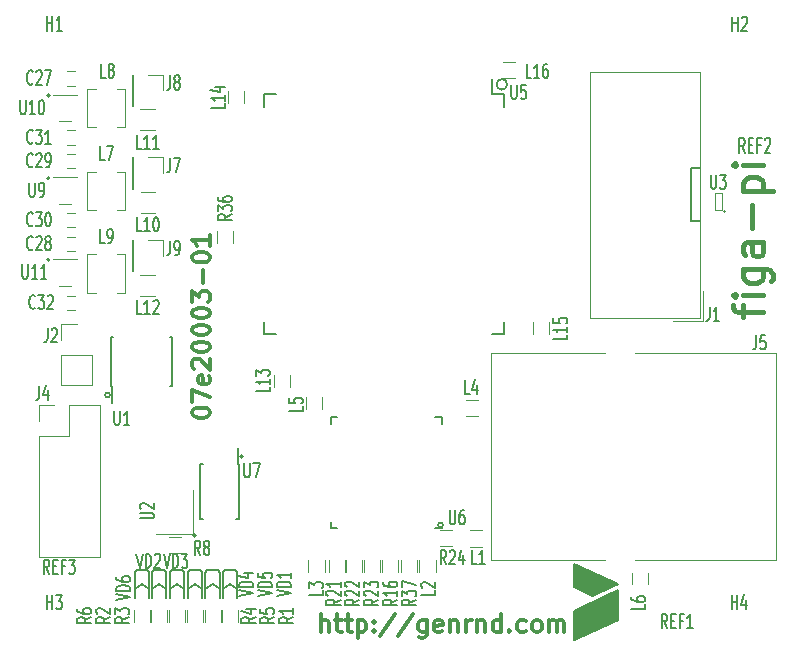
<source format=gbr>
G04 #@! TF.FileFunction,Legend,Top*
%FSLAX45Y45*%
G04 Gerber Fmt 4.5, Leading zero omitted, Abs format (unit mm)*
G04 Created by KiCad (PCBNEW 4.0.7) date 06/20/18 15:24:46*
%MOMM*%
%LPD*%
G01*
G04 APERTURE LIST*
%ADD10C,0.100000*%
%ADD11C,0.300000*%
%ADD12C,0.400000*%
%ADD13C,0.150000*%
%ADD14C,0.120000*%
%ADD15C,0.010000*%
%ADD16C,0.200000*%
G04 APERTURE END LIST*
D10*
D11*
X10471429Y-11587857D02*
X10471429Y-11437857D01*
X10535714Y-11587857D02*
X10535714Y-11509286D01*
X10528571Y-11495000D01*
X10514286Y-11487857D01*
X10492857Y-11487857D01*
X10478571Y-11495000D01*
X10471429Y-11502143D01*
X10585714Y-11487857D02*
X10642857Y-11487857D01*
X10607143Y-11437857D02*
X10607143Y-11566429D01*
X10614286Y-11580714D01*
X10628571Y-11587857D01*
X10642857Y-11587857D01*
X10671429Y-11487857D02*
X10728571Y-11487857D01*
X10692857Y-11437857D02*
X10692857Y-11566429D01*
X10700000Y-11580714D01*
X10714286Y-11587857D01*
X10728571Y-11587857D01*
X10778571Y-11487857D02*
X10778571Y-11637857D01*
X10778571Y-11495000D02*
X10792857Y-11487857D01*
X10821429Y-11487857D01*
X10835714Y-11495000D01*
X10842857Y-11502143D01*
X10850000Y-11516429D01*
X10850000Y-11559286D01*
X10842857Y-11573571D01*
X10835714Y-11580714D01*
X10821429Y-11587857D01*
X10792857Y-11587857D01*
X10778571Y-11580714D01*
X10914286Y-11573571D02*
X10921429Y-11580714D01*
X10914286Y-11587857D01*
X10907143Y-11580714D01*
X10914286Y-11573571D01*
X10914286Y-11587857D01*
X10914286Y-11495000D02*
X10921429Y-11502143D01*
X10914286Y-11509286D01*
X10907143Y-11502143D01*
X10914286Y-11495000D01*
X10914286Y-11509286D01*
X11092857Y-11430714D02*
X10964286Y-11623571D01*
X11250000Y-11430714D02*
X11121429Y-11623571D01*
X11364286Y-11487857D02*
X11364286Y-11609286D01*
X11357143Y-11623571D01*
X11350000Y-11630714D01*
X11335714Y-11637857D01*
X11314286Y-11637857D01*
X11300000Y-11630714D01*
X11364286Y-11580714D02*
X11350000Y-11587857D01*
X11321429Y-11587857D01*
X11307143Y-11580714D01*
X11300000Y-11573571D01*
X11292857Y-11559286D01*
X11292857Y-11516429D01*
X11300000Y-11502143D01*
X11307143Y-11495000D01*
X11321429Y-11487857D01*
X11350000Y-11487857D01*
X11364286Y-11495000D01*
X11492857Y-11580714D02*
X11478571Y-11587857D01*
X11450000Y-11587857D01*
X11435714Y-11580714D01*
X11428571Y-11566429D01*
X11428571Y-11509286D01*
X11435714Y-11495000D01*
X11450000Y-11487857D01*
X11478571Y-11487857D01*
X11492857Y-11495000D01*
X11500000Y-11509286D01*
X11500000Y-11523571D01*
X11428571Y-11537857D01*
X11564286Y-11487857D02*
X11564286Y-11587857D01*
X11564286Y-11502143D02*
X11571429Y-11495000D01*
X11585714Y-11487857D01*
X11607143Y-11487857D01*
X11621429Y-11495000D01*
X11628571Y-11509286D01*
X11628571Y-11587857D01*
X11700000Y-11587857D02*
X11700000Y-11487857D01*
X11700000Y-11516429D02*
X11707143Y-11502143D01*
X11714286Y-11495000D01*
X11728571Y-11487857D01*
X11742857Y-11487857D01*
X11792857Y-11487857D02*
X11792857Y-11587857D01*
X11792857Y-11502143D02*
X11800000Y-11495000D01*
X11814286Y-11487857D01*
X11835714Y-11487857D01*
X11850000Y-11495000D01*
X11857143Y-11509286D01*
X11857143Y-11587857D01*
X11992857Y-11587857D02*
X11992857Y-11437857D01*
X11992857Y-11580714D02*
X11978571Y-11587857D01*
X11950000Y-11587857D01*
X11935714Y-11580714D01*
X11928571Y-11573571D01*
X11921429Y-11559286D01*
X11921429Y-11516429D01*
X11928571Y-11502143D01*
X11935714Y-11495000D01*
X11950000Y-11487857D01*
X11978571Y-11487857D01*
X11992857Y-11495000D01*
X12064286Y-11573571D02*
X12071429Y-11580714D01*
X12064286Y-11587857D01*
X12057143Y-11580714D01*
X12064286Y-11573571D01*
X12064286Y-11587857D01*
X12200000Y-11580714D02*
X12185714Y-11587857D01*
X12157143Y-11587857D01*
X12142857Y-11580714D01*
X12135714Y-11573571D01*
X12128571Y-11559286D01*
X12128571Y-11516429D01*
X12135714Y-11502143D01*
X12142857Y-11495000D01*
X12157143Y-11487857D01*
X12185714Y-11487857D01*
X12200000Y-11495000D01*
X12285714Y-11587857D02*
X12271429Y-11580714D01*
X12264286Y-11573571D01*
X12257143Y-11559286D01*
X12257143Y-11516429D01*
X12264286Y-11502143D01*
X12271429Y-11495000D01*
X12285714Y-11487857D01*
X12307143Y-11487857D01*
X12321429Y-11495000D01*
X12328571Y-11502143D01*
X12335714Y-11516429D01*
X12335714Y-11559286D01*
X12328571Y-11573571D01*
X12321429Y-11580714D01*
X12307143Y-11587857D01*
X12285714Y-11587857D01*
X12400000Y-11587857D02*
X12400000Y-11487857D01*
X12400000Y-11502143D02*
X12407143Y-11495000D01*
X12421429Y-11487857D01*
X12442857Y-11487857D01*
X12457143Y-11495000D01*
X12464286Y-11509286D01*
X12464286Y-11587857D01*
X12464286Y-11509286D02*
X12471429Y-11495000D01*
X12485714Y-11487857D01*
X12507143Y-11487857D01*
X12521429Y-11495000D01*
X12528571Y-11509286D01*
X12528571Y-11587857D01*
D12*
X14043429Y-8915714D02*
X14043429Y-8820476D01*
X14210095Y-8880000D02*
X13995809Y-8880000D01*
X13972000Y-8868095D01*
X13960095Y-8844286D01*
X13960095Y-8820476D01*
X14210095Y-8737143D02*
X14043429Y-8737143D01*
X13960095Y-8737143D02*
X13972000Y-8749048D01*
X13983905Y-8737143D01*
X13972000Y-8725238D01*
X13960095Y-8737143D01*
X13983905Y-8737143D01*
X14043429Y-8510952D02*
X14245809Y-8510952D01*
X14269619Y-8522857D01*
X14281524Y-8534762D01*
X14293429Y-8558572D01*
X14293429Y-8594286D01*
X14281524Y-8618095D01*
X14198190Y-8510952D02*
X14210095Y-8534762D01*
X14210095Y-8582381D01*
X14198190Y-8606191D01*
X14186286Y-8618095D01*
X14162476Y-8630000D01*
X14091048Y-8630000D01*
X14067238Y-8618095D01*
X14055333Y-8606191D01*
X14043429Y-8582381D01*
X14043429Y-8534762D01*
X14055333Y-8510952D01*
X14210095Y-8284762D02*
X14079143Y-8284762D01*
X14055333Y-8296667D01*
X14043429Y-8320476D01*
X14043429Y-8368095D01*
X14055333Y-8391905D01*
X14198190Y-8284762D02*
X14210095Y-8308571D01*
X14210095Y-8368095D01*
X14198190Y-8391905D01*
X14174381Y-8403810D01*
X14150571Y-8403810D01*
X14126762Y-8391905D01*
X14114857Y-8368095D01*
X14114857Y-8308571D01*
X14102952Y-8284762D01*
X14114857Y-8165714D02*
X14114857Y-7975238D01*
X14043429Y-7856190D02*
X14293429Y-7856190D01*
X14055333Y-7856190D02*
X14043429Y-7832381D01*
X14043429Y-7784762D01*
X14055333Y-7760952D01*
X14067238Y-7749048D01*
X14091048Y-7737143D01*
X14162476Y-7737143D01*
X14186286Y-7749048D01*
X14198190Y-7760952D01*
X14210095Y-7784762D01*
X14210095Y-7832381D01*
X14198190Y-7856190D01*
X14210095Y-7630000D02*
X14043429Y-7630000D01*
X13960095Y-7630000D02*
X13972000Y-7641905D01*
X13983905Y-7630000D01*
X13972000Y-7618095D01*
X13960095Y-7630000D01*
X13983905Y-7630000D01*
D11*
X9377857Y-9735714D02*
X9377857Y-9721429D01*
X9385000Y-9707143D01*
X9392143Y-9700000D01*
X9406429Y-9692857D01*
X9435000Y-9685714D01*
X9470714Y-9685714D01*
X9499286Y-9692857D01*
X9513571Y-9700000D01*
X9520714Y-9707143D01*
X9527857Y-9721429D01*
X9527857Y-9735714D01*
X9520714Y-9750000D01*
X9513571Y-9757143D01*
X9499286Y-9764286D01*
X9470714Y-9771429D01*
X9435000Y-9771429D01*
X9406429Y-9764286D01*
X9392143Y-9757143D01*
X9385000Y-9750000D01*
X9377857Y-9735714D01*
X9377857Y-9635714D02*
X9377857Y-9535714D01*
X9527857Y-9600000D01*
X9520714Y-9421429D02*
X9527857Y-9435714D01*
X9527857Y-9464286D01*
X9520714Y-9478572D01*
X9506429Y-9485714D01*
X9449286Y-9485714D01*
X9435000Y-9478572D01*
X9427857Y-9464286D01*
X9427857Y-9435714D01*
X9435000Y-9421429D01*
X9449286Y-9414286D01*
X9463571Y-9414286D01*
X9477857Y-9485714D01*
X9392143Y-9357143D02*
X9385000Y-9350000D01*
X9377857Y-9335714D01*
X9377857Y-9300000D01*
X9385000Y-9285714D01*
X9392143Y-9278572D01*
X9406429Y-9271429D01*
X9420714Y-9271429D01*
X9442143Y-9278572D01*
X9527857Y-9364286D01*
X9527857Y-9271429D01*
X9377857Y-9178572D02*
X9377857Y-9164286D01*
X9385000Y-9150000D01*
X9392143Y-9142857D01*
X9406429Y-9135714D01*
X9435000Y-9128572D01*
X9470714Y-9128572D01*
X9499286Y-9135714D01*
X9513571Y-9142857D01*
X9520714Y-9150000D01*
X9527857Y-9164286D01*
X9527857Y-9178572D01*
X9520714Y-9192857D01*
X9513571Y-9200000D01*
X9499286Y-9207143D01*
X9470714Y-9214286D01*
X9435000Y-9214286D01*
X9406429Y-9207143D01*
X9392143Y-9200000D01*
X9385000Y-9192857D01*
X9377857Y-9178572D01*
X9377857Y-9035715D02*
X9377857Y-9021429D01*
X9385000Y-9007143D01*
X9392143Y-9000000D01*
X9406429Y-8992857D01*
X9435000Y-8985715D01*
X9470714Y-8985715D01*
X9499286Y-8992857D01*
X9513571Y-9000000D01*
X9520714Y-9007143D01*
X9527857Y-9021429D01*
X9527857Y-9035715D01*
X9520714Y-9050000D01*
X9513571Y-9057143D01*
X9499286Y-9064286D01*
X9470714Y-9071429D01*
X9435000Y-9071429D01*
X9406429Y-9064286D01*
X9392143Y-9057143D01*
X9385000Y-9050000D01*
X9377857Y-9035715D01*
X9377857Y-8892857D02*
X9377857Y-8878572D01*
X9385000Y-8864286D01*
X9392143Y-8857143D01*
X9406429Y-8850000D01*
X9435000Y-8842857D01*
X9470714Y-8842857D01*
X9499286Y-8850000D01*
X9513571Y-8857143D01*
X9520714Y-8864286D01*
X9527857Y-8878572D01*
X9527857Y-8892857D01*
X9520714Y-8907143D01*
X9513571Y-8914286D01*
X9499286Y-8921429D01*
X9470714Y-8928572D01*
X9435000Y-8928572D01*
X9406429Y-8921429D01*
X9392143Y-8914286D01*
X9385000Y-8907143D01*
X9377857Y-8892857D01*
X9377857Y-8792857D02*
X9377857Y-8700000D01*
X9435000Y-8750000D01*
X9435000Y-8728572D01*
X9442143Y-8714286D01*
X9449286Y-8707143D01*
X9463571Y-8700000D01*
X9499286Y-8700000D01*
X9513571Y-8707143D01*
X9520714Y-8714286D01*
X9527857Y-8728572D01*
X9527857Y-8771429D01*
X9520714Y-8785715D01*
X9513571Y-8792857D01*
X9470714Y-8635715D02*
X9470714Y-8521429D01*
X9377857Y-8421429D02*
X9377857Y-8407143D01*
X9385000Y-8392858D01*
X9392143Y-8385715D01*
X9406429Y-8378572D01*
X9435000Y-8371429D01*
X9470714Y-8371429D01*
X9499286Y-8378572D01*
X9513571Y-8385715D01*
X9520714Y-8392858D01*
X9527857Y-8407143D01*
X9527857Y-8421429D01*
X9520714Y-8435715D01*
X9513571Y-8442858D01*
X9499286Y-8450000D01*
X9470714Y-8457143D01*
X9435000Y-8457143D01*
X9406429Y-8450000D01*
X9392143Y-8442858D01*
X9385000Y-8435715D01*
X9377857Y-8421429D01*
X9527857Y-8228572D02*
X9527857Y-8314286D01*
X9527857Y-8271429D02*
X9377857Y-8271429D01*
X9399286Y-8285715D01*
X9413571Y-8300000D01*
X9420714Y-8314286D01*
D13*
X9700000Y-11180000D02*
X9640000Y-11220000D01*
X9760000Y-11220000D02*
X9700000Y-11180000D01*
X9640000Y-11090000D02*
X9650000Y-11060000D01*
X9760000Y-11090000D02*
X9750000Y-11060000D01*
X9750000Y-11060000D02*
X9650000Y-11060000D01*
X9640000Y-11090000D02*
X9640000Y-11300000D01*
X9760000Y-11090000D02*
X9760000Y-11300000D01*
X9550000Y-11180000D02*
X9490000Y-11220000D01*
X9610000Y-11220000D02*
X9550000Y-11180000D01*
X9490000Y-11090000D02*
X9500000Y-11060000D01*
X9610000Y-11090000D02*
X9600000Y-11060000D01*
X9600000Y-11060000D02*
X9500000Y-11060000D01*
X9490000Y-11090000D02*
X9490000Y-11300000D01*
X9610000Y-11090000D02*
X9610000Y-11300000D01*
X9400000Y-11180000D02*
X9340000Y-11220000D01*
X9460000Y-11220000D02*
X9400000Y-11180000D01*
X9340000Y-11090000D02*
X9350000Y-11060000D01*
X9460000Y-11090000D02*
X9450000Y-11060000D01*
X9450000Y-11060000D02*
X9350000Y-11060000D01*
X9340000Y-11090000D02*
X9340000Y-11300000D01*
X9460000Y-11090000D02*
X9460000Y-11300000D01*
X9250000Y-11180000D02*
X9190000Y-11220000D01*
X9310000Y-11220000D02*
X9250000Y-11180000D01*
X9190000Y-11090000D02*
X9200000Y-11060000D01*
X9310000Y-11090000D02*
X9300000Y-11060000D01*
X9300000Y-11060000D02*
X9200000Y-11060000D01*
X9190000Y-11090000D02*
X9190000Y-11300000D01*
X9310000Y-11090000D02*
X9310000Y-11300000D01*
X9100000Y-11180000D02*
X9040000Y-11220000D01*
X9160000Y-11220000D02*
X9100000Y-11180000D01*
X9040000Y-11090000D02*
X9050000Y-11060000D01*
X9160000Y-11090000D02*
X9150000Y-11060000D01*
X9150000Y-11060000D02*
X9050000Y-11060000D01*
X9040000Y-11090000D02*
X9040000Y-11300000D01*
X9160000Y-11090000D02*
X9160000Y-11300000D01*
X8950000Y-11180000D02*
X8890000Y-11220000D01*
X9010000Y-11220000D02*
X8950000Y-11180000D01*
X8890000Y-11090000D02*
X8900000Y-11060000D01*
X9010000Y-11090000D02*
X9000000Y-11060000D01*
X9000000Y-11060000D02*
X8900000Y-11060000D01*
X8890000Y-11090000D02*
X8890000Y-11300000D01*
X9010000Y-11090000D02*
X9010000Y-11300000D01*
X9810000Y-10100000D02*
G75*
G03X9810000Y-10100000I-15000J0D01*
G01*
X9772500Y-10167500D02*
X9762500Y-10167500D01*
X9772500Y-10632500D02*
X9752500Y-10632500D01*
X9447500Y-10632500D02*
X9467500Y-10632500D01*
X9447500Y-10167500D02*
X9467500Y-10167500D01*
X9772500Y-10167500D02*
X9772500Y-10632500D01*
X9447500Y-10167500D02*
X9447500Y-10632500D01*
X9762500Y-10167500D02*
X9762500Y-10032500D01*
X8681213Y-9580000D02*
G75*
G03X8681213Y-9580000I-21213J0D01*
G01*
X8692500Y-9507500D02*
X8697500Y-9507500D01*
X8692500Y-9092500D02*
X8707000Y-9092500D01*
X9207500Y-9092500D02*
X9193000Y-9092500D01*
X9207500Y-9507500D02*
X9193000Y-9507500D01*
X8692500Y-9507500D02*
X8692500Y-9092500D01*
X9207500Y-9507500D02*
X9207500Y-9092500D01*
X8697500Y-9507500D02*
X8697500Y-9647500D01*
X13600000Y-7660000D02*
X13680000Y-7660000D01*
X13600000Y-8110000D02*
X13600000Y-7660000D01*
X13675000Y-8110000D02*
X13600000Y-8110000D01*
D14*
X12745500Y-8930000D02*
X12745500Y-6844000D01*
X12745500Y-6844000D02*
X13680500Y-6844000D01*
X13680500Y-6844000D02*
X13680500Y-8930000D01*
X13680500Y-8930000D02*
X12745500Y-8930000D01*
X13705500Y-8955000D02*
X13705500Y-8701000D01*
X13705500Y-8955000D02*
X13451500Y-8955000D01*
D10*
X13895000Y-8025000D02*
G75*
G03X13895000Y-8025000I-10000J0D01*
G01*
X13800000Y-8010000D02*
X13800000Y-7870000D01*
X13800000Y-7870000D02*
X13860000Y-7870000D01*
X13860000Y-7870000D02*
X13860000Y-8010000D01*
X13860000Y-8010000D02*
X13800000Y-8010000D01*
D13*
X8171180Y-7045000D02*
G75*
G03X8171180Y-7045000I-11180J0D01*
G01*
D14*
X8350000Y-7262000D02*
X8250000Y-7262000D01*
X8200000Y-7038000D02*
X8400000Y-7038000D01*
D13*
X8171180Y-7745000D02*
G75*
G03X8171180Y-7745000I-11180J0D01*
G01*
D14*
X8350000Y-7962000D02*
X8250000Y-7962000D01*
X8200000Y-7738000D02*
X8400000Y-7738000D01*
D13*
X8171180Y-8435000D02*
G75*
G03X8171180Y-8435000I-11180J0D01*
G01*
D14*
X8350000Y-8657000D02*
X8250000Y-8657000D01*
X8200000Y-8430000D02*
X8400000Y-8430000D01*
D13*
X9410000Y-10770000D02*
G75*
G03X9410000Y-10770000I-14142J0D01*
G01*
D14*
X9072500Y-10760000D02*
X9387500Y-10760000D01*
X9387500Y-10760000D02*
X9387500Y-10380000D01*
D13*
X11500000Y-10680000D02*
G75*
G03X11500000Y-10680000I-20000J0D01*
G01*
X10550000Y-10710000D02*
X10550000Y-10652500D01*
X11490000Y-9770000D02*
X11490000Y-9827500D01*
X10550000Y-9770000D02*
X10550000Y-9827500D01*
X11490000Y-10710000D02*
X11432500Y-10710000D01*
X11490000Y-9770000D02*
X11432500Y-9770000D01*
X10550000Y-9770000D02*
X10607500Y-9770000D01*
X10550000Y-10710000D02*
X10607500Y-10710000D01*
X12044721Y-6950000D02*
G75*
G03X12044721Y-6950000I-44721J0D01*
G01*
X12017500Y-7032500D02*
X11920000Y-7032500D01*
X12017500Y-9067500D02*
X11912500Y-9067500D01*
X9982500Y-9067500D02*
X10087500Y-9067500D01*
X9982500Y-7032500D02*
X10087500Y-7032500D01*
X12017500Y-7032500D02*
X12017500Y-7137500D01*
X9982500Y-7032500D02*
X9982500Y-7137500D01*
X9982500Y-9067500D02*
X9982500Y-8962500D01*
X12017500Y-9067500D02*
X12017500Y-8962500D01*
X11920000Y-7032500D02*
X11920000Y-6902500D01*
D10*
X13140000Y-9220000D02*
X13130000Y-9220000D01*
X12870000Y-9220000D02*
X11910000Y-9220000D01*
X11910000Y-9220000D02*
X11910000Y-10980000D01*
X11910000Y-10980000D02*
X12870000Y-10980000D01*
X13140000Y-9220000D02*
X13160000Y-9220000D01*
X13160000Y-9220000D02*
X14320000Y-9220000D01*
X14320000Y-9220000D02*
X14320000Y-10980000D01*
X14320000Y-10980000D02*
X13130000Y-10980000D01*
D14*
X9185000Y-10782000D02*
X9285000Y-10782000D01*
X9285000Y-10918000D02*
X9185000Y-10918000D01*
X8882000Y-11500000D02*
X8882000Y-11400000D01*
X9018000Y-11400000D02*
X9018000Y-11500000D01*
X9032000Y-11500000D02*
X9032000Y-11400000D01*
X9168000Y-11400000D02*
X9168000Y-11500000D01*
X9182000Y-11500000D02*
X9182000Y-11400000D01*
X9318000Y-11400000D02*
X9318000Y-11500000D01*
X9332000Y-11500000D02*
X9332000Y-11400000D01*
X9468000Y-11400000D02*
X9468000Y-11500000D01*
X9482000Y-11500000D02*
X9482000Y-11400000D01*
X9618000Y-11400000D02*
X9618000Y-11500000D01*
X9632000Y-11500000D02*
X9632000Y-11400000D01*
X9768000Y-11400000D02*
X9768000Y-11500000D01*
X8740000Y-6987600D02*
X8812400Y-6987600D01*
X8812400Y-6987600D02*
X8812400Y-7312400D01*
X8812400Y-7312400D02*
X8740000Y-7312400D01*
X8560000Y-6987600D02*
X8487600Y-6987600D01*
X8487600Y-6987600D02*
X8487600Y-7312400D01*
X8487600Y-7312400D02*
X8560000Y-7312400D01*
X11800000Y-9758000D02*
X11700000Y-9758000D01*
X11700000Y-9622000D02*
X11800000Y-9622000D01*
X11302000Y-11080000D02*
X11302000Y-10980000D01*
X11438000Y-10980000D02*
X11438000Y-11080000D01*
X10362000Y-11080000D02*
X10362000Y-10980000D01*
X10498000Y-10980000D02*
X10498000Y-11080000D01*
X11118000Y-10980000D02*
X11118000Y-11080000D01*
X10982000Y-11080000D02*
X10982000Y-10980000D01*
X10532000Y-11080000D02*
X10532000Y-10980000D01*
X10668000Y-10980000D02*
X10668000Y-11080000D01*
X10682000Y-11080000D02*
X10682000Y-10980000D01*
X10818000Y-10980000D02*
X10818000Y-11080000D01*
X10832000Y-11080000D02*
X10832000Y-10980000D01*
X10968000Y-10980000D02*
X10968000Y-11080000D01*
X11580000Y-10858000D02*
X11480000Y-10858000D01*
X11480000Y-10722000D02*
X11580000Y-10722000D01*
X8740000Y-7687600D02*
X8812400Y-7687600D01*
X8812400Y-7687600D02*
X8812400Y-8012400D01*
X8812400Y-8012400D02*
X8740000Y-8012400D01*
X8560000Y-7687600D02*
X8487600Y-7687600D01*
X8487600Y-7687600D02*
X8487600Y-8012400D01*
X8487600Y-8012400D02*
X8560000Y-8012400D01*
X8740000Y-8387600D02*
X8812400Y-8387600D01*
X8812400Y-8387600D02*
X8812400Y-8712400D01*
X8812400Y-8712400D02*
X8740000Y-8712400D01*
X8560000Y-8387600D02*
X8487600Y-8387600D01*
X8487600Y-8387600D02*
X8487600Y-8712400D01*
X8487600Y-8712400D02*
X8560000Y-8712400D01*
X8077000Y-10949000D02*
X8597000Y-10949000D01*
X8077000Y-9927000D02*
X8077000Y-10949000D01*
X8597000Y-9667000D02*
X8597000Y-10949000D01*
X8077000Y-9927000D02*
X8337000Y-9927000D01*
X8337000Y-9927000D02*
X8337000Y-9667000D01*
X8337000Y-9667000D02*
X8597000Y-9667000D01*
X8077000Y-9800000D02*
X8077000Y-9667000D01*
X8077000Y-9667000D02*
X8210000Y-9667000D01*
X8267000Y-9497000D02*
X8533000Y-9497000D01*
X8267000Y-9237000D02*
X8267000Y-9497000D01*
X8533000Y-9237000D02*
X8533000Y-9497000D01*
X8267000Y-9237000D02*
X8533000Y-9237000D01*
X8267000Y-9110000D02*
X8267000Y-8977000D01*
X8267000Y-8977000D02*
X8400000Y-8977000D01*
X8867000Y-6867000D02*
X8867000Y-7133000D01*
X8873000Y-6867000D02*
X8867000Y-6867000D01*
X8873000Y-7133000D02*
X8867000Y-7133000D01*
X8873000Y-6867000D02*
X8873000Y-7133000D01*
X9000000Y-6867000D02*
X9133000Y-6867000D01*
X9133000Y-6867000D02*
X9133000Y-7000000D01*
X8867000Y-8267000D02*
X8867000Y-8533000D01*
X8873000Y-8267000D02*
X8867000Y-8267000D01*
X8873000Y-8533000D02*
X8867000Y-8533000D01*
X8873000Y-8267000D02*
X8873000Y-8533000D01*
X9000000Y-8267000D02*
X9133000Y-8267000D01*
X9133000Y-8267000D02*
X9133000Y-8400000D01*
X8867000Y-7567000D02*
X8867000Y-7833000D01*
X8873000Y-7567000D02*
X8867000Y-7567000D01*
X8873000Y-7833000D02*
X8867000Y-7833000D01*
X8873000Y-7567000D02*
X8873000Y-7833000D01*
X9000000Y-7567000D02*
X9133000Y-7567000D01*
X9133000Y-7567000D02*
X9133000Y-7700000D01*
X8315000Y-6840000D02*
X8385000Y-6840000D01*
X8385000Y-6960000D02*
X8315000Y-6960000D01*
X8315000Y-8240000D02*
X8385000Y-8240000D01*
X8385000Y-8360000D02*
X8315000Y-8360000D01*
X8315000Y-7540000D02*
X8385000Y-7540000D01*
X8385000Y-7660000D02*
X8315000Y-7660000D01*
X8315000Y-7340000D02*
X8385000Y-7340000D01*
X8385000Y-7460000D02*
X8315000Y-7460000D01*
X8315000Y-8740000D02*
X8385000Y-8740000D01*
X8385000Y-8860000D02*
X8315000Y-8860000D01*
X8315000Y-8040000D02*
X8385000Y-8040000D01*
X8385000Y-8160000D02*
X8315000Y-8160000D01*
X9060000Y-7338000D02*
X8940000Y-7338000D01*
X8940000Y-7162000D02*
X9060000Y-7162000D01*
X9060000Y-8738000D02*
X8940000Y-8738000D01*
X8940000Y-8562000D02*
X9060000Y-8562000D01*
X9065000Y-8038000D02*
X8945000Y-8038000D01*
X8945000Y-7862000D02*
X9065000Y-7862000D01*
X11830000Y-10863000D02*
X11730000Y-10863000D01*
X11730000Y-10727000D02*
X11830000Y-10727000D01*
X10478000Y-9600000D02*
X10478000Y-9700000D01*
X10342000Y-9700000D02*
X10342000Y-9600000D01*
X13102000Y-11183000D02*
X13102000Y-11083000D01*
X13238000Y-11083000D02*
X13238000Y-11183000D01*
X9587000Y-8295000D02*
X9587000Y-8195000D01*
X9723000Y-8195000D02*
X9723000Y-8295000D01*
X11142000Y-11080000D02*
X11142000Y-10980000D01*
X11278000Y-10980000D02*
X11278000Y-11080000D01*
X10208000Y-9410000D02*
X10208000Y-9510000D01*
X10072000Y-9510000D02*
X10072000Y-9410000D01*
X9818000Y-7010000D02*
X9818000Y-7110000D01*
X9682000Y-7110000D02*
X9682000Y-7010000D01*
X12398000Y-8965000D02*
X12398000Y-9065000D01*
X12262000Y-9065000D02*
X12262000Y-8965000D01*
X12010000Y-6762000D02*
X12110000Y-6762000D01*
X12110000Y-6898000D02*
X12010000Y-6898000D01*
D13*
X12760000Y-11283000D02*
X12985000Y-11183000D01*
X12610000Y-11183000D02*
X12760000Y-11258000D01*
X12610000Y-11008000D02*
X12610000Y-11208000D01*
X12985000Y-11183000D02*
X12610000Y-11008000D01*
X12985000Y-11483000D02*
X12985000Y-11233000D01*
X12610000Y-11658000D02*
X12985000Y-11483000D01*
X12610000Y-11408000D02*
X12610000Y-11658000D01*
X12985000Y-11233000D02*
X12610000Y-11408000D01*
D15*
G36*
X12985000Y-11233000D02*
X12985000Y-11483000D01*
X12610000Y-11658000D01*
X12610000Y-11408000D01*
X12985000Y-11233000D01*
X12985000Y-11233000D01*
G37*
X12985000Y-11233000D02*
X12985000Y-11483000D01*
X12610000Y-11658000D01*
X12610000Y-11408000D01*
X12985000Y-11233000D01*
G36*
X12760000Y-11283000D02*
X12610000Y-11208000D01*
X12610000Y-11008000D01*
X12985000Y-11183000D01*
X12760000Y-11283000D01*
X12760000Y-11283000D01*
G37*
X12760000Y-11283000D02*
X12610000Y-11208000D01*
X12610000Y-11008000D01*
X12985000Y-11183000D01*
X12760000Y-11283000D01*
D13*
X12760000Y-11283000D02*
X12610000Y-11208000D01*
D16*
X10094286Y-11284762D02*
X10214286Y-11258095D01*
X10094286Y-11231428D01*
X10214286Y-11204762D02*
X10094286Y-11204762D01*
X10094286Y-11185714D01*
X10100000Y-11174286D01*
X10111429Y-11166667D01*
X10122857Y-11162857D01*
X10145714Y-11159048D01*
X10162857Y-11159048D01*
X10185714Y-11162857D01*
X10197143Y-11166667D01*
X10208571Y-11174286D01*
X10214286Y-11185714D01*
X10214286Y-11204762D01*
X10214286Y-11082857D02*
X10214286Y-11128571D01*
X10214286Y-11105714D02*
X10094286Y-11105714D01*
X10111429Y-11113333D01*
X10122857Y-11120952D01*
X10128571Y-11128571D01*
X9934286Y-11284762D02*
X10054286Y-11258095D01*
X9934286Y-11231428D01*
X10054286Y-11204762D02*
X9934286Y-11204762D01*
X9934286Y-11185714D01*
X9940000Y-11174286D01*
X9951429Y-11166667D01*
X9962857Y-11162857D01*
X9985714Y-11159048D01*
X10002857Y-11159048D01*
X10025714Y-11162857D01*
X10037143Y-11166667D01*
X10048571Y-11174286D01*
X10054286Y-11185714D01*
X10054286Y-11204762D01*
X9934286Y-11086667D02*
X9934286Y-11124762D01*
X9991429Y-11128571D01*
X9985714Y-11124762D01*
X9980000Y-11117143D01*
X9980000Y-11098095D01*
X9985714Y-11090476D01*
X9991429Y-11086667D01*
X10002857Y-11082857D01*
X10031429Y-11082857D01*
X10042857Y-11086667D01*
X10048571Y-11090476D01*
X10054286Y-11098095D01*
X10054286Y-11117143D01*
X10048571Y-11124762D01*
X10042857Y-11128571D01*
X9774286Y-11284762D02*
X9894286Y-11258095D01*
X9774286Y-11231428D01*
X9894286Y-11204762D02*
X9774286Y-11204762D01*
X9774286Y-11185714D01*
X9780000Y-11174286D01*
X9791429Y-11166667D01*
X9802857Y-11162857D01*
X9825714Y-11159048D01*
X9842857Y-11159048D01*
X9865714Y-11162857D01*
X9877143Y-11166667D01*
X9888571Y-11174286D01*
X9894286Y-11185714D01*
X9894286Y-11204762D01*
X9814286Y-11090476D02*
X9894286Y-11090476D01*
X9768571Y-11109524D02*
X9854286Y-11128571D01*
X9854286Y-11079048D01*
X9135238Y-10924286D02*
X9161905Y-11044286D01*
X9188572Y-10924286D01*
X9215238Y-11044286D02*
X9215238Y-10924286D01*
X9234286Y-10924286D01*
X9245714Y-10930000D01*
X9253333Y-10941429D01*
X9257143Y-10952857D01*
X9260952Y-10975714D01*
X9260952Y-10992857D01*
X9257143Y-11015714D01*
X9253333Y-11027143D01*
X9245714Y-11038571D01*
X9234286Y-11044286D01*
X9215238Y-11044286D01*
X9287619Y-10924286D02*
X9337143Y-10924286D01*
X9310476Y-10970000D01*
X9321905Y-10970000D01*
X9329524Y-10975714D01*
X9333333Y-10981429D01*
X9337143Y-10992857D01*
X9337143Y-11021429D01*
X9333333Y-11032857D01*
X9329524Y-11038571D01*
X9321905Y-11044286D01*
X9299048Y-11044286D01*
X9291429Y-11038571D01*
X9287619Y-11032857D01*
X8905238Y-10924286D02*
X8931905Y-11044286D01*
X8958572Y-10924286D01*
X8985238Y-11044286D02*
X8985238Y-10924286D01*
X9004286Y-10924286D01*
X9015714Y-10930000D01*
X9023333Y-10941429D01*
X9027143Y-10952857D01*
X9030952Y-10975714D01*
X9030952Y-10992857D01*
X9027143Y-11015714D01*
X9023333Y-11027143D01*
X9015714Y-11038571D01*
X9004286Y-11044286D01*
X8985238Y-11044286D01*
X9061429Y-10935714D02*
X9065238Y-10930000D01*
X9072857Y-10924286D01*
X9091905Y-10924286D01*
X9099524Y-10930000D01*
X9103333Y-10935714D01*
X9107143Y-10947143D01*
X9107143Y-10958571D01*
X9103333Y-10975714D01*
X9057619Y-11044286D01*
X9107143Y-11044286D01*
X8734286Y-11317762D02*
X8854286Y-11291095D01*
X8734286Y-11264428D01*
X8854286Y-11237762D02*
X8734286Y-11237762D01*
X8734286Y-11218714D01*
X8740000Y-11207286D01*
X8751429Y-11199667D01*
X8762857Y-11195857D01*
X8785714Y-11192048D01*
X8802857Y-11192048D01*
X8825714Y-11195857D01*
X8837143Y-11199667D01*
X8848571Y-11207286D01*
X8854286Y-11218714D01*
X8854286Y-11237762D01*
X8734286Y-11123476D02*
X8734286Y-11138714D01*
X8740000Y-11146333D01*
X8745714Y-11150143D01*
X8762857Y-11157762D01*
X8785714Y-11161571D01*
X8831429Y-11161571D01*
X8842857Y-11157762D01*
X8848571Y-11153952D01*
X8854286Y-11146333D01*
X8854286Y-11131095D01*
X8848571Y-11123476D01*
X8842857Y-11119667D01*
X8831429Y-11115857D01*
X8802857Y-11115857D01*
X8791429Y-11119667D01*
X8785714Y-11123476D01*
X8780000Y-11131095D01*
X8780000Y-11146333D01*
X8785714Y-11153952D01*
X8791429Y-11157762D01*
X8802857Y-11161571D01*
X9819048Y-10157286D02*
X9819048Y-10254429D01*
X9822857Y-10265857D01*
X9826667Y-10271571D01*
X9834286Y-10277286D01*
X9849524Y-10277286D01*
X9857143Y-10271571D01*
X9860952Y-10265857D01*
X9864762Y-10254429D01*
X9864762Y-10157286D01*
X9895238Y-10157286D02*
X9948571Y-10157286D01*
X9914286Y-10277286D01*
X8719048Y-9714286D02*
X8719048Y-9811429D01*
X8722857Y-9822857D01*
X8726667Y-9828571D01*
X8734286Y-9834286D01*
X8749524Y-9834286D01*
X8757143Y-9828571D01*
X8760952Y-9822857D01*
X8764762Y-9811429D01*
X8764762Y-9714286D01*
X8844762Y-9834286D02*
X8799048Y-9834286D01*
X8821905Y-9834286D02*
X8821905Y-9714286D01*
X8814286Y-9731429D01*
X8806667Y-9742857D01*
X8799048Y-9748571D01*
X13758333Y-8832286D02*
X13758333Y-8918000D01*
X13754524Y-8935143D01*
X13746905Y-8946571D01*
X13735476Y-8952286D01*
X13727857Y-8952286D01*
X13838333Y-8952286D02*
X13792619Y-8952286D01*
X13815476Y-8952286D02*
X13815476Y-8832286D01*
X13807857Y-8849429D01*
X13800238Y-8860857D01*
X13792619Y-8866571D01*
X13769048Y-7714286D02*
X13769048Y-7811429D01*
X13772857Y-7822857D01*
X13776667Y-7828571D01*
X13784286Y-7834286D01*
X13799524Y-7834286D01*
X13807143Y-7828571D01*
X13810952Y-7822857D01*
X13814762Y-7811429D01*
X13814762Y-7714286D01*
X13845238Y-7714286D02*
X13894762Y-7714286D01*
X13868095Y-7760000D01*
X13879524Y-7760000D01*
X13887143Y-7765714D01*
X13890952Y-7771429D01*
X13894762Y-7782857D01*
X13894762Y-7811429D01*
X13890952Y-7822857D01*
X13887143Y-7828571D01*
X13879524Y-7834286D01*
X13856667Y-7834286D01*
X13849048Y-7828571D01*
X13845238Y-7822857D01*
X7920952Y-7082286D02*
X7920952Y-7179429D01*
X7924762Y-7190857D01*
X7928571Y-7196571D01*
X7936190Y-7202286D01*
X7951429Y-7202286D01*
X7959048Y-7196571D01*
X7962857Y-7190857D01*
X7966667Y-7179429D01*
X7966667Y-7082286D01*
X8046667Y-7202286D02*
X8000952Y-7202286D01*
X8023809Y-7202286D02*
X8023809Y-7082286D01*
X8016190Y-7099429D01*
X8008571Y-7110857D01*
X8000952Y-7116571D01*
X8096190Y-7082286D02*
X8103810Y-7082286D01*
X8111429Y-7088000D01*
X8115238Y-7093714D01*
X8119048Y-7105143D01*
X8122857Y-7128000D01*
X8122857Y-7156571D01*
X8119048Y-7179429D01*
X8115238Y-7190857D01*
X8111429Y-7196571D01*
X8103810Y-7202286D01*
X8096190Y-7202286D01*
X8088571Y-7196571D01*
X8084762Y-7190857D01*
X8080952Y-7179429D01*
X8077143Y-7156571D01*
X8077143Y-7128000D01*
X8080952Y-7105143D01*
X8084762Y-7093714D01*
X8088571Y-7088000D01*
X8096190Y-7082286D01*
X7999048Y-7782286D02*
X7999048Y-7879429D01*
X8002857Y-7890857D01*
X8006667Y-7896571D01*
X8014286Y-7902286D01*
X8029524Y-7902286D01*
X8037143Y-7896571D01*
X8040952Y-7890857D01*
X8044762Y-7879429D01*
X8044762Y-7782286D01*
X8086667Y-7902286D02*
X8101905Y-7902286D01*
X8109524Y-7896571D01*
X8113333Y-7890857D01*
X8120952Y-7873714D01*
X8124762Y-7850857D01*
X8124762Y-7805143D01*
X8120952Y-7793714D01*
X8117143Y-7788000D01*
X8109524Y-7782286D01*
X8094286Y-7782286D01*
X8086667Y-7788000D01*
X8082857Y-7793714D01*
X8079048Y-7805143D01*
X8079048Y-7833714D01*
X8082857Y-7845143D01*
X8086667Y-7850857D01*
X8094286Y-7856571D01*
X8109524Y-7856571D01*
X8117143Y-7850857D01*
X8120952Y-7845143D01*
X8124762Y-7833714D01*
X7940952Y-8474286D02*
X7940952Y-8571429D01*
X7944762Y-8582857D01*
X7948571Y-8588571D01*
X7956190Y-8594286D01*
X7971429Y-8594286D01*
X7979048Y-8588571D01*
X7982857Y-8582857D01*
X7986667Y-8571429D01*
X7986667Y-8474286D01*
X8066667Y-8594286D02*
X8020952Y-8594286D01*
X8043809Y-8594286D02*
X8043809Y-8474286D01*
X8036190Y-8491429D01*
X8028571Y-8502857D01*
X8020952Y-8508571D01*
X8142857Y-8594286D02*
X8097143Y-8594286D01*
X8120000Y-8594286D02*
X8120000Y-8474286D01*
X8112381Y-8491429D01*
X8104762Y-8502857D01*
X8097143Y-8508571D01*
X8934286Y-10623952D02*
X9031429Y-10623952D01*
X9042857Y-10620143D01*
X9048571Y-10616333D01*
X9054286Y-10608714D01*
X9054286Y-10593476D01*
X9048571Y-10585857D01*
X9042857Y-10582048D01*
X9031429Y-10578238D01*
X8934286Y-10578238D01*
X8945714Y-10543952D02*
X8940000Y-10540143D01*
X8934286Y-10532524D01*
X8934286Y-10513476D01*
X8940000Y-10505857D01*
X8945714Y-10502048D01*
X8957143Y-10498238D01*
X8968571Y-10498238D01*
X8985714Y-10502048D01*
X9054286Y-10547762D01*
X9054286Y-10498238D01*
X11559048Y-10554286D02*
X11559048Y-10651429D01*
X11562857Y-10662857D01*
X11566667Y-10668571D01*
X11574286Y-10674286D01*
X11589524Y-10674286D01*
X11597143Y-10668571D01*
X11600952Y-10662857D01*
X11604762Y-10651429D01*
X11604762Y-10554286D01*
X11677143Y-10554286D02*
X11661905Y-10554286D01*
X11654286Y-10560000D01*
X11650476Y-10565714D01*
X11642857Y-10582857D01*
X11639048Y-10605714D01*
X11639048Y-10651429D01*
X11642857Y-10662857D01*
X11646667Y-10668571D01*
X11654286Y-10674286D01*
X11669524Y-10674286D01*
X11677143Y-10668571D01*
X11680952Y-10662857D01*
X11684762Y-10651429D01*
X11684762Y-10622857D01*
X11680952Y-10611429D01*
X11677143Y-10605714D01*
X11669524Y-10600000D01*
X11654286Y-10600000D01*
X11646667Y-10605714D01*
X11642857Y-10611429D01*
X11639048Y-10622857D01*
X12079048Y-6954286D02*
X12079048Y-7051429D01*
X12082857Y-7062857D01*
X12086667Y-7068571D01*
X12094286Y-7074286D01*
X12109524Y-7074286D01*
X12117143Y-7068571D01*
X12120952Y-7062857D01*
X12124762Y-7051429D01*
X12124762Y-6954286D01*
X12200952Y-6954286D02*
X12162857Y-6954286D01*
X12159048Y-7011429D01*
X12162857Y-7005714D01*
X12170476Y-7000000D01*
X12189524Y-7000000D01*
X12197143Y-7005714D01*
X12200952Y-7011429D01*
X12204762Y-7022857D01*
X12204762Y-7051429D01*
X12200952Y-7062857D01*
X12197143Y-7068571D01*
X12189524Y-7074286D01*
X12170476Y-7074286D01*
X12162857Y-7068571D01*
X12159048Y-7062857D01*
X14153333Y-9074286D02*
X14153333Y-9160000D01*
X14149524Y-9177143D01*
X14141905Y-9188571D01*
X14130476Y-9194286D01*
X14122857Y-9194286D01*
X14229524Y-9074286D02*
X14191429Y-9074286D01*
X14187619Y-9131429D01*
X14191429Y-9125714D01*
X14199048Y-9120000D01*
X14218095Y-9120000D01*
X14225714Y-9125714D01*
X14229524Y-9131429D01*
X14233333Y-9142857D01*
X14233333Y-9171429D01*
X14229524Y-9182857D01*
X14225714Y-9188571D01*
X14218095Y-9194286D01*
X14199048Y-9194286D01*
X14191429Y-9188571D01*
X14187619Y-9182857D01*
X9446667Y-10934286D02*
X9420000Y-10877143D01*
X9400952Y-10934286D02*
X9400952Y-10814286D01*
X9431429Y-10814286D01*
X9439048Y-10820000D01*
X9442857Y-10825714D01*
X9446667Y-10837143D01*
X9446667Y-10854286D01*
X9442857Y-10865714D01*
X9439048Y-10871429D01*
X9431429Y-10877143D01*
X9400952Y-10877143D01*
X9492381Y-10865714D02*
X9484762Y-10860000D01*
X9480952Y-10854286D01*
X9477143Y-10842857D01*
X9477143Y-10837143D01*
X9480952Y-10825714D01*
X9484762Y-10820000D01*
X9492381Y-10814286D01*
X9507619Y-10814286D01*
X9515238Y-10820000D01*
X9519048Y-10825714D01*
X9522857Y-10837143D01*
X9522857Y-10842857D01*
X9519048Y-10854286D01*
X9515238Y-10860000D01*
X9507619Y-10865714D01*
X9492381Y-10865714D01*
X9484762Y-10871429D01*
X9480952Y-10877143D01*
X9477143Y-10888571D01*
X9477143Y-10911429D01*
X9480952Y-10922857D01*
X9484762Y-10928571D01*
X9492381Y-10934286D01*
X9507619Y-10934286D01*
X9515238Y-10928571D01*
X9519048Y-10922857D01*
X9522857Y-10911429D01*
X9522857Y-10888571D01*
X9519048Y-10877143D01*
X9515238Y-10871429D01*
X9507619Y-10865714D01*
X8524286Y-11461333D02*
X8467143Y-11488000D01*
X8524286Y-11507048D02*
X8404286Y-11507048D01*
X8404286Y-11476571D01*
X8410000Y-11468952D01*
X8415714Y-11465143D01*
X8427143Y-11461333D01*
X8444286Y-11461333D01*
X8455714Y-11465143D01*
X8461429Y-11468952D01*
X8467143Y-11476571D01*
X8467143Y-11507048D01*
X8404286Y-11392762D02*
X8404286Y-11408000D01*
X8410000Y-11415619D01*
X8415714Y-11419428D01*
X8432857Y-11427048D01*
X8455714Y-11430857D01*
X8501429Y-11430857D01*
X8512857Y-11427048D01*
X8518571Y-11423238D01*
X8524286Y-11415619D01*
X8524286Y-11400381D01*
X8518571Y-11392762D01*
X8512857Y-11388952D01*
X8501429Y-11385143D01*
X8472857Y-11385143D01*
X8461429Y-11388952D01*
X8455714Y-11392762D01*
X8450000Y-11400381D01*
X8450000Y-11415619D01*
X8455714Y-11423238D01*
X8461429Y-11427048D01*
X8472857Y-11430857D01*
X8684286Y-11461333D02*
X8627143Y-11488000D01*
X8684286Y-11507048D02*
X8564286Y-11507048D01*
X8564286Y-11476571D01*
X8570000Y-11468952D01*
X8575714Y-11465143D01*
X8587143Y-11461333D01*
X8604286Y-11461333D01*
X8615714Y-11465143D01*
X8621429Y-11468952D01*
X8627143Y-11476571D01*
X8627143Y-11507048D01*
X8575714Y-11430857D02*
X8570000Y-11427048D01*
X8564286Y-11419428D01*
X8564286Y-11400381D01*
X8570000Y-11392762D01*
X8575714Y-11388952D01*
X8587143Y-11385143D01*
X8598571Y-11385143D01*
X8615714Y-11388952D01*
X8684286Y-11434667D01*
X8684286Y-11385143D01*
X8844286Y-11461333D02*
X8787143Y-11488000D01*
X8844286Y-11507048D02*
X8724286Y-11507048D01*
X8724286Y-11476571D01*
X8730000Y-11468952D01*
X8735714Y-11465143D01*
X8747143Y-11461333D01*
X8764286Y-11461333D01*
X8775714Y-11465143D01*
X8781429Y-11468952D01*
X8787143Y-11476571D01*
X8787143Y-11507048D01*
X8724286Y-11434667D02*
X8724286Y-11385143D01*
X8770000Y-11411809D01*
X8770000Y-11400381D01*
X8775714Y-11392762D01*
X8781429Y-11388952D01*
X8792857Y-11385143D01*
X8821429Y-11385143D01*
X8832857Y-11388952D01*
X8838571Y-11392762D01*
X8844286Y-11400381D01*
X8844286Y-11423238D01*
X8838571Y-11430857D01*
X8832857Y-11434667D01*
X9914286Y-11461333D02*
X9857143Y-11488000D01*
X9914286Y-11507048D02*
X9794286Y-11507048D01*
X9794286Y-11476571D01*
X9800000Y-11468952D01*
X9805714Y-11465143D01*
X9817143Y-11461333D01*
X9834286Y-11461333D01*
X9845714Y-11465143D01*
X9851429Y-11468952D01*
X9857143Y-11476571D01*
X9857143Y-11507048D01*
X9834286Y-11392762D02*
X9914286Y-11392762D01*
X9788571Y-11411809D02*
X9874286Y-11430857D01*
X9874286Y-11381333D01*
X10074286Y-11461333D02*
X10017143Y-11488000D01*
X10074286Y-11507048D02*
X9954286Y-11507048D01*
X9954286Y-11476571D01*
X9960000Y-11468952D01*
X9965714Y-11465143D01*
X9977143Y-11461333D01*
X9994286Y-11461333D01*
X10005714Y-11465143D01*
X10011429Y-11468952D01*
X10017143Y-11476571D01*
X10017143Y-11507048D01*
X9954286Y-11388952D02*
X9954286Y-11427048D01*
X10011429Y-11430857D01*
X10005714Y-11427048D01*
X10000000Y-11419428D01*
X10000000Y-11400381D01*
X10005714Y-11392762D01*
X10011429Y-11388952D01*
X10022857Y-11385143D01*
X10051429Y-11385143D01*
X10062857Y-11388952D01*
X10068571Y-11392762D01*
X10074286Y-11400381D01*
X10074286Y-11419428D01*
X10068571Y-11427048D01*
X10062857Y-11430857D01*
X10234286Y-11461333D02*
X10177143Y-11488000D01*
X10234286Y-11507048D02*
X10114286Y-11507048D01*
X10114286Y-11476571D01*
X10120000Y-11468952D01*
X10125714Y-11465143D01*
X10137143Y-11461333D01*
X10154286Y-11461333D01*
X10165714Y-11465143D01*
X10171429Y-11468952D01*
X10177143Y-11476571D01*
X10177143Y-11507048D01*
X10234286Y-11385143D02*
X10234286Y-11430857D01*
X10234286Y-11408000D02*
X10114286Y-11408000D01*
X10131429Y-11415619D01*
X10142857Y-11423238D01*
X10148571Y-11430857D01*
X8646667Y-6894286D02*
X8608571Y-6894286D01*
X8608571Y-6774286D01*
X8684762Y-6825714D02*
X8677143Y-6820000D01*
X8673333Y-6814286D01*
X8669524Y-6802857D01*
X8669524Y-6797143D01*
X8673333Y-6785714D01*
X8677143Y-6780000D01*
X8684762Y-6774286D01*
X8700000Y-6774286D01*
X8707619Y-6780000D01*
X8711429Y-6785714D01*
X8715238Y-6797143D01*
X8715238Y-6802857D01*
X8711429Y-6814286D01*
X8707619Y-6820000D01*
X8700000Y-6825714D01*
X8684762Y-6825714D01*
X8677143Y-6831429D01*
X8673333Y-6837143D01*
X8669524Y-6848571D01*
X8669524Y-6871429D01*
X8673333Y-6882857D01*
X8677143Y-6888571D01*
X8684762Y-6894286D01*
X8700000Y-6894286D01*
X8707619Y-6888571D01*
X8711429Y-6882857D01*
X8715238Y-6871429D01*
X8715238Y-6848571D01*
X8711429Y-6837143D01*
X8707619Y-6831429D01*
X8700000Y-6825714D01*
X11726667Y-9574286D02*
X11688571Y-9574286D01*
X11688571Y-9454286D01*
X11787619Y-9494286D02*
X11787619Y-9574286D01*
X11768571Y-9448571D02*
X11749524Y-9534286D01*
X11799048Y-9534286D01*
X11434286Y-11233333D02*
X11434286Y-11271429D01*
X11314286Y-11271429D01*
X11325714Y-11210476D02*
X11320000Y-11206667D01*
X11314286Y-11199048D01*
X11314286Y-11180000D01*
X11320000Y-11172381D01*
X11325714Y-11168571D01*
X11337143Y-11164762D01*
X11348571Y-11164762D01*
X11365714Y-11168571D01*
X11434286Y-11214286D01*
X11434286Y-11164762D01*
X10484286Y-11233333D02*
X10484286Y-11271429D01*
X10364286Y-11271429D01*
X10364286Y-11214286D02*
X10364286Y-11164762D01*
X10410000Y-11191429D01*
X10410000Y-11180000D01*
X10415714Y-11172381D01*
X10421429Y-11168571D01*
X10432857Y-11164762D01*
X10461429Y-11164762D01*
X10472857Y-11168571D01*
X10478571Y-11172381D01*
X10484286Y-11180000D01*
X10484286Y-11202857D01*
X10478571Y-11210476D01*
X10472857Y-11214286D01*
X11114286Y-11311429D02*
X11057143Y-11338095D01*
X11114286Y-11357143D02*
X10994286Y-11357143D01*
X10994286Y-11326667D01*
X11000000Y-11319048D01*
X11005714Y-11315238D01*
X11017143Y-11311429D01*
X11034286Y-11311429D01*
X11045714Y-11315238D01*
X11051429Y-11319048D01*
X11057143Y-11326667D01*
X11057143Y-11357143D01*
X11114286Y-11235238D02*
X11114286Y-11280952D01*
X11114286Y-11258095D02*
X10994286Y-11258095D01*
X11011429Y-11265714D01*
X11022857Y-11273333D01*
X11028571Y-11280952D01*
X10994286Y-11166667D02*
X10994286Y-11181905D01*
X11000000Y-11189524D01*
X11005714Y-11193333D01*
X11022857Y-11200952D01*
X11045714Y-11204762D01*
X11091429Y-11204762D01*
X11102857Y-11200952D01*
X11108571Y-11197143D01*
X11114286Y-11189524D01*
X11114286Y-11174286D01*
X11108571Y-11166667D01*
X11102857Y-11162857D01*
X11091429Y-11159048D01*
X11062857Y-11159048D01*
X11051429Y-11162857D01*
X11045714Y-11166667D01*
X11040000Y-11174286D01*
X11040000Y-11189524D01*
X11045714Y-11197143D01*
X11051429Y-11200952D01*
X11062857Y-11204762D01*
X10634286Y-11311429D02*
X10577143Y-11338095D01*
X10634286Y-11357143D02*
X10514286Y-11357143D01*
X10514286Y-11326667D01*
X10520000Y-11319048D01*
X10525714Y-11315238D01*
X10537143Y-11311429D01*
X10554286Y-11311429D01*
X10565714Y-11315238D01*
X10571429Y-11319048D01*
X10577143Y-11326667D01*
X10577143Y-11357143D01*
X10525714Y-11280952D02*
X10520000Y-11277143D01*
X10514286Y-11269524D01*
X10514286Y-11250476D01*
X10520000Y-11242857D01*
X10525714Y-11239048D01*
X10537143Y-11235238D01*
X10548571Y-11235238D01*
X10565714Y-11239048D01*
X10634286Y-11284762D01*
X10634286Y-11235238D01*
X10634286Y-11159048D02*
X10634286Y-11204762D01*
X10634286Y-11181905D02*
X10514286Y-11181905D01*
X10531429Y-11189524D01*
X10542857Y-11197143D01*
X10548571Y-11204762D01*
X10794286Y-11311429D02*
X10737143Y-11338095D01*
X10794286Y-11357143D02*
X10674286Y-11357143D01*
X10674286Y-11326667D01*
X10680000Y-11319048D01*
X10685714Y-11315238D01*
X10697143Y-11311429D01*
X10714286Y-11311429D01*
X10725714Y-11315238D01*
X10731429Y-11319048D01*
X10737143Y-11326667D01*
X10737143Y-11357143D01*
X10685714Y-11280952D02*
X10680000Y-11277143D01*
X10674286Y-11269524D01*
X10674286Y-11250476D01*
X10680000Y-11242857D01*
X10685714Y-11239048D01*
X10697143Y-11235238D01*
X10708571Y-11235238D01*
X10725714Y-11239048D01*
X10794286Y-11284762D01*
X10794286Y-11235238D01*
X10685714Y-11204762D02*
X10680000Y-11200952D01*
X10674286Y-11193333D01*
X10674286Y-11174286D01*
X10680000Y-11166667D01*
X10685714Y-11162857D01*
X10697143Y-11159048D01*
X10708571Y-11159048D01*
X10725714Y-11162857D01*
X10794286Y-11208571D01*
X10794286Y-11159048D01*
X10954286Y-11311429D02*
X10897143Y-11338095D01*
X10954286Y-11357143D02*
X10834286Y-11357143D01*
X10834286Y-11326667D01*
X10840000Y-11319048D01*
X10845714Y-11315238D01*
X10857143Y-11311429D01*
X10874286Y-11311429D01*
X10885714Y-11315238D01*
X10891429Y-11319048D01*
X10897143Y-11326667D01*
X10897143Y-11357143D01*
X10845714Y-11280952D02*
X10840000Y-11277143D01*
X10834286Y-11269524D01*
X10834286Y-11250476D01*
X10840000Y-11242857D01*
X10845714Y-11239048D01*
X10857143Y-11235238D01*
X10868571Y-11235238D01*
X10885714Y-11239048D01*
X10954286Y-11284762D01*
X10954286Y-11235238D01*
X10834286Y-11208571D02*
X10834286Y-11159048D01*
X10880000Y-11185714D01*
X10880000Y-11174286D01*
X10885714Y-11166667D01*
X10891429Y-11162857D01*
X10902857Y-11159048D01*
X10931429Y-11159048D01*
X10942857Y-11162857D01*
X10948571Y-11166667D01*
X10954286Y-11174286D01*
X10954286Y-11197143D01*
X10948571Y-11204762D01*
X10942857Y-11208571D01*
X11528571Y-11014286D02*
X11501905Y-10957143D01*
X11482857Y-11014286D02*
X11482857Y-10894286D01*
X11513333Y-10894286D01*
X11520952Y-10900000D01*
X11524762Y-10905714D01*
X11528571Y-10917143D01*
X11528571Y-10934286D01*
X11524762Y-10945714D01*
X11520952Y-10951429D01*
X11513333Y-10957143D01*
X11482857Y-10957143D01*
X11559048Y-10905714D02*
X11562857Y-10900000D01*
X11570476Y-10894286D01*
X11589524Y-10894286D01*
X11597143Y-10900000D01*
X11600952Y-10905714D01*
X11604762Y-10917143D01*
X11604762Y-10928571D01*
X11600952Y-10945714D01*
X11555238Y-11014286D01*
X11604762Y-11014286D01*
X11673333Y-10934286D02*
X11673333Y-11014286D01*
X11654286Y-10888571D02*
X11635238Y-10974286D01*
X11684762Y-10974286D01*
X8636667Y-7594286D02*
X8598571Y-7594286D01*
X8598571Y-7474286D01*
X8655714Y-7474286D02*
X8709048Y-7474286D01*
X8674762Y-7594286D01*
X8636667Y-8294286D02*
X8598571Y-8294286D01*
X8598571Y-8174286D01*
X8667143Y-8294286D02*
X8682381Y-8294286D01*
X8690000Y-8288571D01*
X8693810Y-8282857D01*
X8701429Y-8265714D01*
X8705238Y-8242857D01*
X8705238Y-8197143D01*
X8701429Y-8185714D01*
X8697619Y-8180000D01*
X8690000Y-8174286D01*
X8674762Y-8174286D01*
X8667143Y-8180000D01*
X8663333Y-8185714D01*
X8659524Y-8197143D01*
X8659524Y-8225714D01*
X8663333Y-8237143D01*
X8667143Y-8242857D01*
X8674762Y-8248571D01*
X8690000Y-8248571D01*
X8697619Y-8242857D01*
X8701429Y-8237143D01*
X8705238Y-8225714D01*
X8149048Y-6494286D02*
X8149048Y-6374286D01*
X8149048Y-6431429D02*
X8194762Y-6431429D01*
X8194762Y-6494286D02*
X8194762Y-6374286D01*
X8274762Y-6494286D02*
X8229048Y-6494286D01*
X8251905Y-6494286D02*
X8251905Y-6374286D01*
X8244286Y-6391429D01*
X8236667Y-6402857D01*
X8229048Y-6408571D01*
X13949048Y-6496286D02*
X13949048Y-6376286D01*
X13949048Y-6433429D02*
X13994762Y-6433429D01*
X13994762Y-6496286D02*
X13994762Y-6376286D01*
X14029048Y-6387714D02*
X14032857Y-6382000D01*
X14040476Y-6376286D01*
X14059524Y-6376286D01*
X14067143Y-6382000D01*
X14070952Y-6387714D01*
X14074762Y-6399143D01*
X14074762Y-6410571D01*
X14070952Y-6427714D01*
X14025238Y-6496286D01*
X14074762Y-6496286D01*
X8149048Y-11395286D02*
X8149048Y-11275286D01*
X8149048Y-11332429D02*
X8194762Y-11332429D01*
X8194762Y-11395286D02*
X8194762Y-11275286D01*
X8225238Y-11275286D02*
X8274762Y-11275286D01*
X8248095Y-11321000D01*
X8259524Y-11321000D01*
X8267143Y-11326714D01*
X8270952Y-11332429D01*
X8274762Y-11343857D01*
X8274762Y-11372429D01*
X8270952Y-11383857D01*
X8267143Y-11389571D01*
X8259524Y-11395286D01*
X8236667Y-11395286D01*
X8229048Y-11389571D01*
X8225238Y-11383857D01*
X13948048Y-11394286D02*
X13948048Y-11274286D01*
X13948048Y-11331429D02*
X13993762Y-11331429D01*
X13993762Y-11394286D02*
X13993762Y-11274286D01*
X14066143Y-11314286D02*
X14066143Y-11394286D01*
X14047095Y-11268571D02*
X14028048Y-11354286D01*
X14077571Y-11354286D01*
X8083333Y-9501286D02*
X8083333Y-9587000D01*
X8079524Y-9604143D01*
X8071905Y-9615571D01*
X8060476Y-9621286D01*
X8052857Y-9621286D01*
X8155714Y-9541286D02*
X8155714Y-9621286D01*
X8136667Y-9495571D02*
X8117619Y-9581286D01*
X8167143Y-9581286D01*
X8153333Y-9014286D02*
X8153333Y-9100000D01*
X8149524Y-9117143D01*
X8141905Y-9128571D01*
X8130476Y-9134286D01*
X8122857Y-9134286D01*
X8187619Y-9025714D02*
X8191429Y-9020000D01*
X8199048Y-9014286D01*
X8218095Y-9014286D01*
X8225714Y-9020000D01*
X8229524Y-9025714D01*
X8233333Y-9037143D01*
X8233333Y-9048571D01*
X8229524Y-9065714D01*
X8183810Y-9134286D01*
X8233333Y-9134286D01*
X9193333Y-6874286D02*
X9193333Y-6960000D01*
X9189524Y-6977143D01*
X9181905Y-6988571D01*
X9170476Y-6994286D01*
X9162857Y-6994286D01*
X9242857Y-6925714D02*
X9235238Y-6920000D01*
X9231429Y-6914286D01*
X9227619Y-6902857D01*
X9227619Y-6897143D01*
X9231429Y-6885714D01*
X9235238Y-6880000D01*
X9242857Y-6874286D01*
X9258095Y-6874286D01*
X9265714Y-6880000D01*
X9269524Y-6885714D01*
X9273333Y-6897143D01*
X9273333Y-6902857D01*
X9269524Y-6914286D01*
X9265714Y-6920000D01*
X9258095Y-6925714D01*
X9242857Y-6925714D01*
X9235238Y-6931429D01*
X9231429Y-6937143D01*
X9227619Y-6948571D01*
X9227619Y-6971429D01*
X9231429Y-6982857D01*
X9235238Y-6988571D01*
X9242857Y-6994286D01*
X9258095Y-6994286D01*
X9265714Y-6988571D01*
X9269524Y-6982857D01*
X9273333Y-6971429D01*
X9273333Y-6948571D01*
X9269524Y-6937143D01*
X9265714Y-6931429D01*
X9258095Y-6925714D01*
X9193333Y-8274286D02*
X9193333Y-8360000D01*
X9189524Y-8377143D01*
X9181905Y-8388571D01*
X9170476Y-8394286D01*
X9162857Y-8394286D01*
X9235238Y-8394286D02*
X9250476Y-8394286D01*
X9258095Y-8388571D01*
X9261905Y-8382857D01*
X9269524Y-8365714D01*
X9273333Y-8342857D01*
X9273333Y-8297143D01*
X9269524Y-8285714D01*
X9265714Y-8280000D01*
X9258095Y-8274286D01*
X9242857Y-8274286D01*
X9235238Y-8280000D01*
X9231429Y-8285714D01*
X9227619Y-8297143D01*
X9227619Y-8325714D01*
X9231429Y-8337143D01*
X9235238Y-8342857D01*
X9242857Y-8348571D01*
X9258095Y-8348571D01*
X9265714Y-8342857D01*
X9269524Y-8337143D01*
X9273333Y-8325714D01*
X9193333Y-7574286D02*
X9193333Y-7660000D01*
X9189524Y-7677143D01*
X9181905Y-7688571D01*
X9170476Y-7694286D01*
X9162857Y-7694286D01*
X9223810Y-7574286D02*
X9277143Y-7574286D01*
X9242857Y-7694286D01*
X8028571Y-6940857D02*
X8024762Y-6946571D01*
X8013333Y-6952286D01*
X8005714Y-6952286D01*
X7994286Y-6946571D01*
X7986667Y-6935143D01*
X7982857Y-6923714D01*
X7979048Y-6900857D01*
X7979048Y-6883714D01*
X7982857Y-6860857D01*
X7986667Y-6849429D01*
X7994286Y-6838000D01*
X8005714Y-6832286D01*
X8013333Y-6832286D01*
X8024762Y-6838000D01*
X8028571Y-6843714D01*
X8059048Y-6843714D02*
X8062857Y-6838000D01*
X8070476Y-6832286D01*
X8089524Y-6832286D01*
X8097143Y-6838000D01*
X8100952Y-6843714D01*
X8104762Y-6855143D01*
X8104762Y-6866571D01*
X8100952Y-6883714D01*
X8055238Y-6952286D01*
X8104762Y-6952286D01*
X8131429Y-6832286D02*
X8184762Y-6832286D01*
X8150476Y-6952286D01*
X8028571Y-8342857D02*
X8024762Y-8348571D01*
X8013333Y-8354286D01*
X8005714Y-8354286D01*
X7994286Y-8348571D01*
X7986667Y-8337143D01*
X7982857Y-8325714D01*
X7979048Y-8302857D01*
X7979048Y-8285714D01*
X7982857Y-8262857D01*
X7986667Y-8251429D01*
X7994286Y-8240000D01*
X8005714Y-8234286D01*
X8013333Y-8234286D01*
X8024762Y-8240000D01*
X8028571Y-8245714D01*
X8059048Y-8245714D02*
X8062857Y-8240000D01*
X8070476Y-8234286D01*
X8089524Y-8234286D01*
X8097143Y-8240000D01*
X8100952Y-8245714D01*
X8104762Y-8257143D01*
X8104762Y-8268571D01*
X8100952Y-8285714D01*
X8055238Y-8354286D01*
X8104762Y-8354286D01*
X8150476Y-8285714D02*
X8142857Y-8280000D01*
X8139048Y-8274286D01*
X8135238Y-8262857D01*
X8135238Y-8257143D01*
X8139048Y-8245714D01*
X8142857Y-8240000D01*
X8150476Y-8234286D01*
X8165714Y-8234286D01*
X8173333Y-8240000D01*
X8177143Y-8245714D01*
X8180952Y-8257143D01*
X8180952Y-8262857D01*
X8177143Y-8274286D01*
X8173333Y-8280000D01*
X8165714Y-8285714D01*
X8150476Y-8285714D01*
X8142857Y-8291429D01*
X8139048Y-8297143D01*
X8135238Y-8308571D01*
X8135238Y-8331429D01*
X8139048Y-8342857D01*
X8142857Y-8348571D01*
X8150476Y-8354286D01*
X8165714Y-8354286D01*
X8173333Y-8348571D01*
X8177143Y-8342857D01*
X8180952Y-8331429D01*
X8180952Y-8308571D01*
X8177143Y-8297143D01*
X8173333Y-8291429D01*
X8165714Y-8285714D01*
X8028571Y-7640857D02*
X8024762Y-7646571D01*
X8013333Y-7652286D01*
X8005714Y-7652286D01*
X7994286Y-7646571D01*
X7986667Y-7635143D01*
X7982857Y-7623714D01*
X7979048Y-7600857D01*
X7979048Y-7583714D01*
X7982857Y-7560857D01*
X7986667Y-7549429D01*
X7994286Y-7538000D01*
X8005714Y-7532286D01*
X8013333Y-7532286D01*
X8024762Y-7538000D01*
X8028571Y-7543714D01*
X8059048Y-7543714D02*
X8062857Y-7538000D01*
X8070476Y-7532286D01*
X8089524Y-7532286D01*
X8097143Y-7538000D01*
X8100952Y-7543714D01*
X8104762Y-7555143D01*
X8104762Y-7566571D01*
X8100952Y-7583714D01*
X8055238Y-7652286D01*
X8104762Y-7652286D01*
X8142857Y-7652286D02*
X8158095Y-7652286D01*
X8165714Y-7646571D01*
X8169524Y-7640857D01*
X8177143Y-7623714D01*
X8180952Y-7600857D01*
X8180952Y-7555143D01*
X8177143Y-7543714D01*
X8173333Y-7538000D01*
X8165714Y-7532286D01*
X8150476Y-7532286D01*
X8142857Y-7538000D01*
X8139048Y-7543714D01*
X8135238Y-7555143D01*
X8135238Y-7583714D01*
X8139048Y-7595143D01*
X8142857Y-7600857D01*
X8150476Y-7606571D01*
X8165714Y-7606571D01*
X8173333Y-7600857D01*
X8177143Y-7595143D01*
X8180952Y-7583714D01*
X8028571Y-7440857D02*
X8024762Y-7446571D01*
X8013333Y-7452286D01*
X8005714Y-7452286D01*
X7994286Y-7446571D01*
X7986667Y-7435143D01*
X7982857Y-7423714D01*
X7979048Y-7400857D01*
X7979048Y-7383714D01*
X7982857Y-7360857D01*
X7986667Y-7349429D01*
X7994286Y-7338000D01*
X8005714Y-7332286D01*
X8013333Y-7332286D01*
X8024762Y-7338000D01*
X8028571Y-7343714D01*
X8055238Y-7332286D02*
X8104762Y-7332286D01*
X8078095Y-7378000D01*
X8089524Y-7378000D01*
X8097143Y-7383714D01*
X8100952Y-7389429D01*
X8104762Y-7400857D01*
X8104762Y-7429429D01*
X8100952Y-7440857D01*
X8097143Y-7446571D01*
X8089524Y-7452286D01*
X8066667Y-7452286D01*
X8059048Y-7446571D01*
X8055238Y-7440857D01*
X8180952Y-7452286D02*
X8135238Y-7452286D01*
X8158095Y-7452286D02*
X8158095Y-7332286D01*
X8150476Y-7349429D01*
X8142857Y-7360857D01*
X8135238Y-7366571D01*
X8048571Y-8840857D02*
X8044762Y-8846571D01*
X8033333Y-8852286D01*
X8025714Y-8852286D01*
X8014286Y-8846571D01*
X8006667Y-8835143D01*
X8002857Y-8823714D01*
X7999048Y-8800857D01*
X7999048Y-8783714D01*
X8002857Y-8760857D01*
X8006667Y-8749429D01*
X8014286Y-8738000D01*
X8025714Y-8732286D01*
X8033333Y-8732286D01*
X8044762Y-8738000D01*
X8048571Y-8743714D01*
X8075238Y-8732286D02*
X8124762Y-8732286D01*
X8098095Y-8778000D01*
X8109524Y-8778000D01*
X8117143Y-8783714D01*
X8120952Y-8789429D01*
X8124762Y-8800857D01*
X8124762Y-8829429D01*
X8120952Y-8840857D01*
X8117143Y-8846571D01*
X8109524Y-8852286D01*
X8086667Y-8852286D01*
X8079048Y-8846571D01*
X8075238Y-8840857D01*
X8155238Y-8743714D02*
X8159048Y-8738000D01*
X8166667Y-8732286D01*
X8185714Y-8732286D01*
X8193333Y-8738000D01*
X8197143Y-8743714D01*
X8200952Y-8755143D01*
X8200952Y-8766571D01*
X8197143Y-8783714D01*
X8151429Y-8852286D01*
X8200952Y-8852286D01*
X8028571Y-8140857D02*
X8024762Y-8146571D01*
X8013333Y-8152286D01*
X8005714Y-8152286D01*
X7994286Y-8146571D01*
X7986667Y-8135143D01*
X7982857Y-8123714D01*
X7979048Y-8100857D01*
X7979048Y-8083714D01*
X7982857Y-8060857D01*
X7986667Y-8049429D01*
X7994286Y-8038000D01*
X8005714Y-8032286D01*
X8013333Y-8032286D01*
X8024762Y-8038000D01*
X8028571Y-8043714D01*
X8055238Y-8032286D02*
X8104762Y-8032286D01*
X8078095Y-8078000D01*
X8089524Y-8078000D01*
X8097143Y-8083714D01*
X8100952Y-8089429D01*
X8104762Y-8100857D01*
X8104762Y-8129429D01*
X8100952Y-8140857D01*
X8097143Y-8146571D01*
X8089524Y-8152286D01*
X8066667Y-8152286D01*
X8059048Y-8146571D01*
X8055238Y-8140857D01*
X8154286Y-8032286D02*
X8161905Y-8032286D01*
X8169524Y-8038000D01*
X8173333Y-8043714D01*
X8177143Y-8055143D01*
X8180952Y-8078000D01*
X8180952Y-8106571D01*
X8177143Y-8129429D01*
X8173333Y-8140857D01*
X8169524Y-8146571D01*
X8161905Y-8152286D01*
X8154286Y-8152286D01*
X8146667Y-8146571D01*
X8142857Y-8140857D01*
X8139048Y-8129429D01*
X8135238Y-8106571D01*
X8135238Y-8078000D01*
X8139048Y-8055143D01*
X8142857Y-8043714D01*
X8146667Y-8038000D01*
X8154286Y-8032286D01*
X8948572Y-7494286D02*
X8910476Y-7494286D01*
X8910476Y-7374286D01*
X9017143Y-7494286D02*
X8971429Y-7494286D01*
X8994286Y-7494286D02*
X8994286Y-7374286D01*
X8986667Y-7391429D01*
X8979048Y-7402857D01*
X8971429Y-7408571D01*
X9093333Y-7494286D02*
X9047619Y-7494286D01*
X9070476Y-7494286D02*
X9070476Y-7374286D01*
X9062857Y-7391429D01*
X9055238Y-7402857D01*
X9047619Y-7408571D01*
X8948572Y-8894286D02*
X8910476Y-8894286D01*
X8910476Y-8774286D01*
X9017143Y-8894286D02*
X8971429Y-8894286D01*
X8994286Y-8894286D02*
X8994286Y-8774286D01*
X8986667Y-8791429D01*
X8979048Y-8802857D01*
X8971429Y-8808571D01*
X9047619Y-8785714D02*
X9051429Y-8780000D01*
X9059048Y-8774286D01*
X9078095Y-8774286D01*
X9085714Y-8780000D01*
X9089524Y-8785714D01*
X9093333Y-8797143D01*
X9093333Y-8808571D01*
X9089524Y-8825714D01*
X9043810Y-8894286D01*
X9093333Y-8894286D01*
X8948572Y-8194286D02*
X8910476Y-8194286D01*
X8910476Y-8074286D01*
X9017143Y-8194286D02*
X8971429Y-8194286D01*
X8994286Y-8194286D02*
X8994286Y-8074286D01*
X8986667Y-8091429D01*
X8979048Y-8102857D01*
X8971429Y-8108571D01*
X9066667Y-8074286D02*
X9074286Y-8074286D01*
X9081905Y-8080000D01*
X9085714Y-8085714D01*
X9089524Y-8097143D01*
X9093333Y-8120000D01*
X9093333Y-8148571D01*
X9089524Y-8171429D01*
X9085714Y-8182857D01*
X9081905Y-8188571D01*
X9074286Y-8194286D01*
X9066667Y-8194286D01*
X9059048Y-8188571D01*
X9055238Y-8182857D01*
X9051429Y-8171429D01*
X9047619Y-8148571D01*
X9047619Y-8120000D01*
X9051429Y-8097143D01*
X9055238Y-8085714D01*
X9059048Y-8080000D01*
X9066667Y-8074286D01*
X11786667Y-11014286D02*
X11748571Y-11014286D01*
X11748571Y-10894286D01*
X11855238Y-11014286D02*
X11809524Y-11014286D01*
X11832381Y-11014286D02*
X11832381Y-10894286D01*
X11824762Y-10911429D01*
X11817143Y-10922857D01*
X11809524Y-10928571D01*
X10314286Y-9673333D02*
X10314286Y-9711429D01*
X10194286Y-9711429D01*
X10194286Y-9608571D02*
X10194286Y-9646667D01*
X10251429Y-9650476D01*
X10245714Y-9646667D01*
X10240000Y-9639048D01*
X10240000Y-9620000D01*
X10245714Y-9612381D01*
X10251429Y-9608571D01*
X10262857Y-9604762D01*
X10291429Y-9604762D01*
X10302857Y-9608571D01*
X10308571Y-9612381D01*
X10314286Y-9620000D01*
X10314286Y-9639048D01*
X10308571Y-9646667D01*
X10302857Y-9650476D01*
X13214286Y-11353333D02*
X13214286Y-11391429D01*
X13094286Y-11391429D01*
X13094286Y-11292381D02*
X13094286Y-11307619D01*
X13100000Y-11315238D01*
X13105714Y-11319048D01*
X13122857Y-11326667D01*
X13145714Y-11330476D01*
X13191429Y-11330476D01*
X13202857Y-11326667D01*
X13208571Y-11322857D01*
X13214286Y-11315238D01*
X13214286Y-11300000D01*
X13208571Y-11292381D01*
X13202857Y-11288571D01*
X13191429Y-11284762D01*
X13162857Y-11284762D01*
X13151429Y-11288571D01*
X13145714Y-11292381D01*
X13140000Y-11300000D01*
X13140000Y-11315238D01*
X13145714Y-11322857D01*
X13151429Y-11326667D01*
X13162857Y-11330476D01*
X9714286Y-8051429D02*
X9657143Y-8078095D01*
X9714286Y-8097143D02*
X9594286Y-8097143D01*
X9594286Y-8066667D01*
X9600000Y-8059048D01*
X9605714Y-8055238D01*
X9617143Y-8051429D01*
X9634286Y-8051429D01*
X9645714Y-8055238D01*
X9651429Y-8059048D01*
X9657143Y-8066667D01*
X9657143Y-8097143D01*
X9594286Y-8024762D02*
X9594286Y-7975238D01*
X9640000Y-8001905D01*
X9640000Y-7990476D01*
X9645714Y-7982857D01*
X9651429Y-7979048D01*
X9662857Y-7975238D01*
X9691429Y-7975238D01*
X9702857Y-7979048D01*
X9708571Y-7982857D01*
X9714286Y-7990476D01*
X9714286Y-8013333D01*
X9708571Y-8020952D01*
X9702857Y-8024762D01*
X9594286Y-7906667D02*
X9594286Y-7921905D01*
X9600000Y-7929524D01*
X9605714Y-7933333D01*
X9622857Y-7940952D01*
X9645714Y-7944762D01*
X9691429Y-7944762D01*
X9702857Y-7940952D01*
X9708571Y-7937143D01*
X9714286Y-7929524D01*
X9714286Y-7914286D01*
X9708571Y-7906667D01*
X9702857Y-7902857D01*
X9691429Y-7899048D01*
X9662857Y-7899048D01*
X9651429Y-7902857D01*
X9645714Y-7906667D01*
X9640000Y-7914286D01*
X9640000Y-7929524D01*
X9645714Y-7937143D01*
X9651429Y-7940952D01*
X9662857Y-7944762D01*
X11274286Y-11311429D02*
X11217143Y-11338095D01*
X11274286Y-11357143D02*
X11154286Y-11357143D01*
X11154286Y-11326667D01*
X11160000Y-11319048D01*
X11165714Y-11315238D01*
X11177143Y-11311429D01*
X11194286Y-11311429D01*
X11205714Y-11315238D01*
X11211429Y-11319048D01*
X11217143Y-11326667D01*
X11217143Y-11357143D01*
X11154286Y-11284762D02*
X11154286Y-11235238D01*
X11200000Y-11261905D01*
X11200000Y-11250476D01*
X11205714Y-11242857D01*
X11211429Y-11239048D01*
X11222857Y-11235238D01*
X11251429Y-11235238D01*
X11262857Y-11239048D01*
X11268571Y-11242857D01*
X11274286Y-11250476D01*
X11274286Y-11273333D01*
X11268571Y-11280952D01*
X11262857Y-11284762D01*
X11154286Y-11208571D02*
X11154286Y-11155238D01*
X11274286Y-11189524D01*
X10034286Y-9511429D02*
X10034286Y-9549524D01*
X9914286Y-9549524D01*
X10034286Y-9442857D02*
X10034286Y-9488571D01*
X10034286Y-9465714D02*
X9914286Y-9465714D01*
X9931429Y-9473333D01*
X9942857Y-9480952D01*
X9948571Y-9488571D01*
X9914286Y-9416190D02*
X9914286Y-9366667D01*
X9960000Y-9393333D01*
X9960000Y-9381905D01*
X9965714Y-9374286D01*
X9971429Y-9370476D01*
X9982857Y-9366667D01*
X10011429Y-9366667D01*
X10022857Y-9370476D01*
X10028571Y-9374286D01*
X10034286Y-9381905D01*
X10034286Y-9404762D01*
X10028571Y-9412381D01*
X10022857Y-9416190D01*
X9654286Y-7111428D02*
X9654286Y-7149524D01*
X9534286Y-7149524D01*
X9654286Y-7042857D02*
X9654286Y-7088571D01*
X9654286Y-7065714D02*
X9534286Y-7065714D01*
X9551429Y-7073333D01*
X9562857Y-7080952D01*
X9568571Y-7088571D01*
X9574286Y-6974286D02*
X9654286Y-6974286D01*
X9528571Y-6993333D02*
X9614286Y-7012381D01*
X9614286Y-6962857D01*
X12554286Y-9071429D02*
X12554286Y-9109524D01*
X12434286Y-9109524D01*
X12554286Y-9002857D02*
X12554286Y-9048571D01*
X12554286Y-9025714D02*
X12434286Y-9025714D01*
X12451429Y-9033333D01*
X12462857Y-9040952D01*
X12468571Y-9048571D01*
X12434286Y-8930476D02*
X12434286Y-8968571D01*
X12491429Y-8972381D01*
X12485714Y-8968571D01*
X12480000Y-8960952D01*
X12480000Y-8941905D01*
X12485714Y-8934286D01*
X12491429Y-8930476D01*
X12502857Y-8926667D01*
X12531429Y-8926667D01*
X12542857Y-8930476D01*
X12548571Y-8934286D01*
X12554286Y-8941905D01*
X12554286Y-8960952D01*
X12548571Y-8968571D01*
X12542857Y-8972381D01*
X12248571Y-6894286D02*
X12210476Y-6894286D01*
X12210476Y-6774286D01*
X12317143Y-6894286D02*
X12271429Y-6894286D01*
X12294286Y-6894286D02*
X12294286Y-6774286D01*
X12286667Y-6791429D01*
X12279048Y-6802857D01*
X12271429Y-6808571D01*
X12385714Y-6774286D02*
X12370476Y-6774286D01*
X12362857Y-6780000D01*
X12359048Y-6785714D01*
X12351429Y-6802857D01*
X12347619Y-6825714D01*
X12347619Y-6871429D01*
X12351429Y-6882857D01*
X12355238Y-6888571D01*
X12362857Y-6894286D01*
X12378095Y-6894286D01*
X12385714Y-6888571D01*
X12389524Y-6882857D01*
X12393333Y-6871429D01*
X12393333Y-6842857D01*
X12389524Y-6831429D01*
X12385714Y-6825714D01*
X12378095Y-6820000D01*
X12362857Y-6820000D01*
X12355238Y-6825714D01*
X12351429Y-6831429D01*
X12347619Y-6842857D01*
X13398690Y-11554286D02*
X13372024Y-11497143D01*
X13352976Y-11554286D02*
X13352976Y-11434286D01*
X13383452Y-11434286D01*
X13391071Y-11440000D01*
X13394881Y-11445714D01*
X13398690Y-11457143D01*
X13398690Y-11474286D01*
X13394881Y-11485714D01*
X13391071Y-11491429D01*
X13383452Y-11497143D01*
X13352976Y-11497143D01*
X13432976Y-11491429D02*
X13459643Y-11491429D01*
X13471071Y-11554286D02*
X13432976Y-11554286D01*
X13432976Y-11434286D01*
X13471071Y-11434286D01*
X13532024Y-11491429D02*
X13505357Y-11491429D01*
X13505357Y-11554286D02*
X13505357Y-11434286D01*
X13543452Y-11434286D01*
X13615833Y-11554286D02*
X13570119Y-11554286D01*
X13592976Y-11554286D02*
X13592976Y-11434286D01*
X13585357Y-11451429D01*
X13577738Y-11462857D01*
X13570119Y-11468571D01*
X14056190Y-7527286D02*
X14029524Y-7470143D01*
X14010476Y-7527286D02*
X14010476Y-7407286D01*
X14040952Y-7407286D01*
X14048571Y-7413000D01*
X14052381Y-7418714D01*
X14056190Y-7430143D01*
X14056190Y-7447286D01*
X14052381Y-7458714D01*
X14048571Y-7464429D01*
X14040952Y-7470143D01*
X14010476Y-7470143D01*
X14090476Y-7464429D02*
X14117143Y-7464429D01*
X14128571Y-7527286D02*
X14090476Y-7527286D01*
X14090476Y-7407286D01*
X14128571Y-7407286D01*
X14189524Y-7464429D02*
X14162857Y-7464429D01*
X14162857Y-7527286D02*
X14162857Y-7407286D01*
X14200952Y-7407286D01*
X14227619Y-7418714D02*
X14231429Y-7413000D01*
X14239048Y-7407286D01*
X14258095Y-7407286D01*
X14265714Y-7413000D01*
X14269524Y-7418714D01*
X14273333Y-7430143D01*
X14273333Y-7441571D01*
X14269524Y-7458714D01*
X14223810Y-7527286D01*
X14273333Y-7527286D01*
X8166190Y-11094286D02*
X8139524Y-11037143D01*
X8120476Y-11094286D02*
X8120476Y-10974286D01*
X8150952Y-10974286D01*
X8158571Y-10980000D01*
X8162381Y-10985714D01*
X8166190Y-10997143D01*
X8166190Y-11014286D01*
X8162381Y-11025714D01*
X8158571Y-11031429D01*
X8150952Y-11037143D01*
X8120476Y-11037143D01*
X8200476Y-11031429D02*
X8227143Y-11031429D01*
X8238571Y-11094286D02*
X8200476Y-11094286D01*
X8200476Y-10974286D01*
X8238571Y-10974286D01*
X8299524Y-11031429D02*
X8272857Y-11031429D01*
X8272857Y-11094286D02*
X8272857Y-10974286D01*
X8310952Y-10974286D01*
X8333810Y-10974286D02*
X8383333Y-10974286D01*
X8356667Y-11020000D01*
X8368095Y-11020000D01*
X8375714Y-11025714D01*
X8379524Y-11031429D01*
X8383333Y-11042857D01*
X8383333Y-11071429D01*
X8379524Y-11082857D01*
X8375714Y-11088571D01*
X8368095Y-11094286D01*
X8345238Y-11094286D01*
X8337619Y-11088571D01*
X8333810Y-11082857D01*
M02*

</source>
